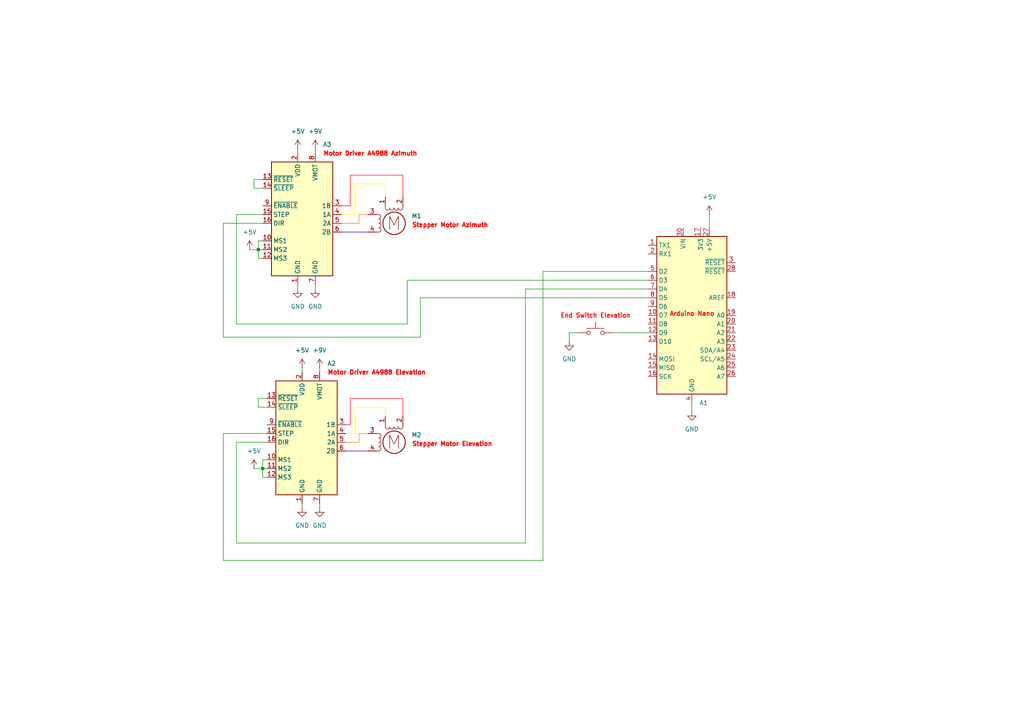
<source format=kicad_sch>
(kicad_sch (version 20231120) (generator "eeschema") (generator_version "8.0")
  (paper "A4")
  (title_block (title "Satellite Tracker Antenna - LiS"))
  (lib_symbols
    (symbol "Driver_Motor:Pololu_Breakout_A4988"
      (property "Reference" "A" (at -2.54 19.05 0))
      (property "Value" "Pololu_Breakout_A4988" (at -2.54 16.51 0))
      (symbol "Pololu_Breakout_A4988_0_1"
        (rectangle (start 10.16 -17.78) (end -7.62 15.24) (stroke (width 0.254)) (fill (type background)))
      )
      (symbol "Pololu_Breakout_A4988_1_1"
        (pin power_in line (at 0 -20.32 90) (length 2.54) (name "GND") (number "1"))
        (pin input line (at -10.16 -7.62 0) (length 2.54) (name "MS1") (number "10"))
        (pin input line (at -10.16 -10.16 0) (length 2.54) (name "MS2") (number "11"))
        (pin input line (at -10.16 -12.7 0) (length 2.54) (name "MS3") (number "12"))
        (pin input line (at -10.16 10.16 0) (length 2.54) (name "~{RESET}") (number "13"))
        (pin input line (at -10.16 7.62 0) (length 2.54) (name "~{SLEEP}") (number "14"))
        (pin input line (at -10.16 0 0) (length 2.54) (name "STEP") (number "15"))
        (pin input line (at -10.16 -2.54 0) (length 2.54) (name "DIR") (number "16"))
        (pin power_in line (at 0 17.78 270) (length 2.54) (name "VDD") (number "2"))
        (pin output line (at 12.7 2.54 180) (length 2.54) (name "1B") (number "3"))
        (pin output line (at 12.7 0 180) (length 2.54) (name "1A") (number "4"))
        (pin output line (at 12.7 -2.54 180) (length 2.54) (name "2A") (number "5"))
        (pin output line (at 12.7 -5.08 180) (length 2.54) (name "2B") (number "6"))
        (pin power_in line (at 5.08 -20.32 90) (length 2.54) (name "GND") (number "7"))
        (pin power_in line (at 5.08 17.78 270) (length 2.54) (name "VMOT") (number "8"))
        (pin input line (at -10.16 2.54 0) (length 2.54) (name "~{ENABLE}") (number "9"))
      )
    )
    (symbol "MCU_Module:Arduino_Nano_Every"
      (property "Reference" "A" (at -10.16 23.495 0))
      (property "Value" "Arduino_Nano_Every" (at 5.08 -24.13 0))
      (symbol "Arduino_Nano_Every_0_1"
        (rectangle (start -10.16 22.86) (end 10.16 -22.86) (stroke (width 0.254)) (fill (type background)))
      )
      (symbol "Arduino_Nano_Every_1_1"
        (pin bidirectional line (at -12.7 20.32 0) (length 2.54) (name "TX1") (number "1"))
        (pin bidirectional line (at -12.7 0 0) (length 2.54) (name "D7") (number "10"))
        (pin bidirectional line (at -12.7 -2.54 0) (length 2.54) (name "D8") (number "11"))
        (pin bidirectional line (at -12.7 -5.08 0) (length 2.54) (name "D9") (number "12"))
        (pin bidirectional line (at -12.7 -7.62 0) (length 2.54) (name "D10") (number "13"))
        (pin bidirectional line (at -12.7 -12.7 0) (length 2.54) (name "MOSI") (number "14"))
        (pin bidirectional line (at -12.7 -15.24 0) (length 2.54) (name "MISO") (number "15"))
        (pin bidirectional line (at -12.7 -17.78 0) (length 2.54) (name "SCK") (number "16"))
        (pin power_out line (at 2.54 25.4 270) (length 2.54) (name "3V3") (number "17"))
        (pin input line (at 12.7 5.08 180) (length 2.54) (name "AREF") (number "18"))
        (pin bidirectional line (at 12.7 0 180) (length 2.54) (name "A0") (number "19"))
        (pin bidirectional line (at -12.7 17.78 0) (length 2.54) (name "RX1") (number "2"))
        (pin bidirectional line (at 12.7 -2.54 180) (length 2.54) (name "A1") (number "20"))
        (pin bidirectional line (at 12.7 -5.08 180) (length 2.54) (name "A2") (number "21"))
        (pin bidirectional line (at 12.7 -7.62 180) (length 2.54) (name "A3") (number "22"))
        (pin bidirectional line (at 12.7 -10.16 180) (length 2.54) (name "SDA/A4") (number "23"))
        (pin bidirectional line (at 12.7 -12.7 180) (length 2.54) (name "SCL/A5") (number "24"))
        (pin bidirectional line (at 12.7 -15.24 180) (length 2.54) (name "A6") (number "25"))
        (pin bidirectional line (at 12.7 -17.78 180) (length 2.54) (name "A7") (number "26"))
        (pin power_out line (at 5.08 25.4 270) (length 2.54) (name "+5V") (number "27"))
        (pin input line (at 12.7 12.7 180) (length 2.54) (name "~{RESET}") (number "28"))
        (pin passive line (at 0 -25.4 90) (length 2.54) hide (name "GND") (number "29"))
        (pin input line (at 12.7 15.24 180) (length 2.54) (name "~{RESET}") (number "3"))
        (pin power_in line (at -2.54 25.4 270) (length 2.54) (name "VIN") (number "30"))
        (pin power_in line (at 0 -25.4 90) (length 2.54) (name "GND") (number "4"))
        (pin bidirectional line (at -12.7 12.7 0) (length 2.54) (name "D2") (number "5"))
        (pin bidirectional line (at -12.7 10.16 0) (length 2.54) (name "D3") (number "6"))
        (pin bidirectional line (at -12.7 7.62 0) (length 2.54) (name "D4") (number "7"))
        (pin bidirectional line (at -12.7 5.08 0) (length 2.54) (name "D5") (number "8"))
        (pin bidirectional line (at -12.7 2.54 0) (length 2.54) (name "D6") (number "9"))
      )
    )
    (symbol "Motor:Stepper_Motor_bipolar" (pin_names (offset 0) hide)
      (property "Reference" "M" (at 3.81 2.54 0))
      (property "Value" "Stepper_Motor_bipolar" (at 3.81 1.27 0))
      (symbol "Stepper_Motor_bipolar_0_0"
        (polyline (pts (xy -1.27 -1.778) (xy -1.27 2.032) (xy 0 -0.508) (xy 1.27 2.032) (xy 1.27 -1.778)))
      )
      (symbol "Stepper_Motor_bipolar_0_1"
        (arc (start -4.445 -2.54) (mid -3.8127 -1.905) (end -4.445 -1.27))
        (arc (start -4.445 -1.27) (mid -3.8127 -0.635) (end -4.445 0))
        (arc (start -4.445 0) (mid -3.8127 0.635) (end -4.445 1.27))
        (arc (start -4.445 1.27) (mid -3.8127 1.905) (end -4.445 2.54))
        (arc (start -2.54 4.445) (mid -1.905 3.8127) (end -1.27 4.445))
        (arc (start -1.27 4.445) (mid -0.635 3.8127) (end 0 4.445))
        (polyline (pts (xy -5.08 -2.54) (xy -4.445 -2.54)))
        (polyline (pts (xy -5.08 2.54) (xy -4.445 2.54)))
        (polyline (pts (xy -2.54 5.08) (xy -2.54 4.445)))
        (polyline (pts (xy 2.54 5.08) (xy 2.54 4.445)))
        (circle (center 0 0) (radius 3.2512) (stroke (width 0.254)))
        (arc (start 0 4.445) (mid 0.635 3.8127) (end 1.27 4.445))
        (arc (start 1.27 4.445) (mid 1.905 3.8127) (end 2.54 4.445))
      )
      (symbol "Stepper_Motor_bipolar_1_1"
        (pin passive line (at -2.54 7.62 270) (length 2.54) (name "~") (number "1"))
        (pin passive line (at 2.54 7.62 270) (length 2.54) (name "-") (number "2"))
        (pin passive line (at -7.62 2.54 0) (length 2.54) (name "~") (number "3"))
        (pin passive line (at -7.62 -2.54 0) (length 2.54) (name "~") (number "4"))
      )
    )
    (symbol "Switch:SW_MEC_5G" (pin_numbers hide) (pin_names (offset 1.016) hide)
      (property "Reference" "SW" (at 1.27 2.54 0))
      (property "Value" "SW_MEC_5G" (at 0 -1.524 0))
      (symbol "SW_MEC_5G_0_1"
        (circle (center -2.032 0) (radius 0.508))
        (polyline (pts (xy 0 1.27) (xy 0 3.048)))
        (polyline (pts (xy 2.54 1.27) (xy -2.54 1.27)))
        (circle (center 2.032 0) (radius 0.508))
        (pin passive line (at -5.08 0 0) (length 2.54) (name "A") (number "1"))
        (pin passive line (at 5.08 0 180) (length 2.54) (name "B") (number "3"))
      )
      (symbol "SW_MEC_5G_1_1"
        (pin passive line (at -5.08 0 0) (length 2.54) hide (name "A") (number "2"))
        (pin passive line (at 5.08 0 180) (length 2.54) hide (name "B") (number "4"))
      )
    )
    (symbol "power:+5V" (power) (pin_numbers hide) (pin_names (offset 0) hide)
      (property "Value" "+5V" (at 0 3.556 0))
      (symbol "+5V_0_1"
        (polyline (pts (xy -0.762 1.27) (xy 0 2.54)))
        (polyline (pts (xy 0 0) (xy 0 2.54)))
        (polyline (pts (xy 0 2.54) (xy 0.762 1.27)))
      )
      (symbol "+5V_1_1"
        (pin power_in line (at 0 0 90) (length 0) (name "~") (number "1"))
      )
    )
    (symbol "power:+9V" (power) (pin_numbers hide) (pin_names (offset 0) hide)
      (property "Value" "+9V" (at 0 3.556 0))
      (symbol "+9V_0_1"
        (polyline (pts (xy -0.762 1.27) (xy 0 2.54)))
        (polyline (pts (xy 0 0) (xy 0 2.54)))
        (polyline (pts (xy 0 2.54) (xy 0.762 1.27)))
      )
      (symbol "+9V_1_1"
        (pin power_in line (at 0 0 90) (length 0) (name "~") (number "1"))
      )
    )
    (symbol "power:GND" (power) (pin_numbers hide) (pin_names (offset 0) hide)
      (property "Value" "GND" (at 0 -3.81 0))
      (symbol "GND_0_1"
        (polyline (pts (xy 0 0) (xy 0 -1.27) (xy 1.27 -1.27) (xy 0 -2.54) (xy -1.27 -1.27) (xy 0 -1.27)))
      )
      (symbol "GND_1_1"
        (pin power_in line (at 0 0 270) (length 0) (name "~") (number "1"))
      )
    )
  )
  (junction (at 74.93 72.39))
  (junction (at 76.2 135.89))
  (wire (pts (xy 77.47 118.11) (xy 74.93 118.11)))
  (wire (pts (xy 72.39 72.39) (xy 74.93 72.39)))
  (wire (pts (xy 74.93 118.11) (xy 74.93 115.57)))
  (wire (pts (xy 76.2 135.89) (xy 77.47 135.89)))
  (wire (pts (xy 118.11 81.28) (xy 118.11 93.98)))
  (wire (pts (xy 100.33 125.73) (xy 102.87 125.73)) (stroke (width 0) (color 255 252 0 1)))
  (wire (pts (xy 74.93 74.93) (xy 74.93 72.39)))
  (wire (pts (xy 73.66 52.07) (xy 76.2 52.07)))
  (wire (pts (xy 77.47 125.73) (xy 64.77 125.73)))
  (wire (pts (xy 104.14 125.73) (xy 106.68 125.73)) (stroke (width 0) (color 255 119 6 1)))
  (wire (pts (xy 177.8 96.52) (xy 187.96 96.52)))
  (wire (pts (xy 74.93 69.85) (xy 74.93 72.39)))
  (wire (pts (xy 104.14 62.23) (xy 106.68 62.23)) (stroke (width 0) (color 255 119 6 1)))
  (wire (pts (xy 104.14 128.27) (xy 104.14 125.73)) (stroke (width 0) (color 255 119 6 1)))
  (wire (pts (xy 121.92 97.79) (xy 64.77 97.79)))
  (wire (pts (xy 187.96 83.82) (xy 152.4 83.82)))
  (wire (pts (xy 68.58 157.48) (xy 68.58 128.27)))
  (wire (pts (xy 102.87 125.73) (xy 102.87 118.11)) (stroke (width 0) (color 255 252 0 1)))
  (wire (pts (xy 68.58 62.23) (xy 76.2 62.23)))
  (wire (pts (xy 64.77 97.79) (xy 64.77 64.77)))
  (wire (pts (xy 92.71 146.05) (xy 92.71 147.32)))
  (wire (pts (xy 101.6 123.19) (xy 101.6 115.57)) (stroke (width 0) (color 255 0 30 1)))
  (wire (pts (xy 64.77 162.56) (xy 157.48 162.56)))
  (wire (pts (xy 104.14 64.77) (xy 104.14 62.23)) (stroke (width 0) (color 255 119 6 1)))
  (wire (pts (xy 100.33 123.19) (xy 101.6 123.19)) (stroke (width 0) (color 255 0 30 1)))
  (wire (pts (xy 100.33 128.27) (xy 104.14 128.27)) (stroke (width 0) (color 255 119 6 1)))
  (wire (pts (xy 116.84 115.57) (xy 116.84 120.65)) (stroke (width 0) (color 255 0 30 1)))
  (wire (pts (xy 157.48 78.74) (xy 187.96 78.74)))
  (wire (pts (xy 152.4 83.82) (xy 152.4 157.48)))
  (wire (pts (xy 74.93 115.57) (xy 77.47 115.57)))
  (wire (pts (xy 102.87 118.11) (xy 111.76 118.11)) (stroke (width 0) (color 255 252 0 1)))
  (wire (pts (xy 87.63 146.05) (xy 87.63 147.32)))
  (wire (pts (xy 101.6 115.57) (xy 116.84 115.57)) (stroke (width 0) (color 255 0 30 1)))
  (wire (pts (xy 86.36 43.18) (xy 86.36 44.45)))
  (wire (pts (xy 77.47 133.35) (xy 76.2 133.35)))
  (wire (pts (xy 102.87 53.34) (xy 111.76 53.34)) (stroke (width 0) (color 255 252 0 1)))
  (wire (pts (xy 111.76 118.11) (xy 111.76 120.65)) (stroke (width 0) (color 255 252 0 1)))
  (wire (pts (xy 76.2 133.35) (xy 76.2 135.89)))
  (wire (pts (xy 77.47 138.43) (xy 76.2 138.43)))
  (wire (pts (xy 111.76 53.34) (xy 111.76 57.15)) (stroke (width 0) (color 255 252 0 1)))
  (wire (pts (xy 200.66 116.84) (xy 200.66 119.38)))
  (wire (pts (xy 100.33 130.81) (xy 106.68 130.81)) (stroke (width 0) (color 30 0 255 1)))
  (wire (pts (xy 87.63 106.68) (xy 87.63 107.95)))
  (wire (pts (xy 73.66 54.61) (xy 73.66 52.07)))
  (wire (pts (xy 118.11 93.98) (xy 68.58 93.98)))
  (wire (pts (xy 205.74 62.23) (xy 205.74 66.04)))
  (wire (pts (xy 68.58 93.98) (xy 68.58 62.23)))
  (wire (pts (xy 73.66 135.89) (xy 76.2 135.89)))
  (wire (pts (xy 64.77 64.77) (xy 76.2 64.77)))
  (wire (pts (xy 165.1 96.52) (xy 167.64 96.52)))
  (wire (pts (xy 92.71 106.68) (xy 92.71 107.95)))
  (wire (pts (xy 64.77 125.73) (xy 64.77 162.56)))
  (wire (pts (xy 157.48 162.56) (xy 157.48 78.74)))
  (wire (pts (xy 91.44 43.18) (xy 91.44 44.45)))
  (wire (pts (xy 187.96 86.36) (xy 121.92 86.36)))
  (wire (pts (xy 101.6 50.8) (xy 116.84 50.8)) (stroke (width 0) (color 255 0 30 1)))
  (wire (pts (xy 76.2 54.61) (xy 73.66 54.61)))
  (wire (pts (xy 102.87 62.23) (xy 102.87 53.34)) (stroke (width 0) (color 255 252 0 1)))
  (wire (pts (xy 99.06 67.31) (xy 106.68 67.31)) (stroke (width 0) (color 29 0 255 1)))
  (wire (pts (xy 76.2 74.93) (xy 74.93 74.93)))
  (wire (pts (xy 101.6 59.69) (xy 101.6 50.8)) (stroke (width 0) (color 255 0 30 1)))
  (wire (pts (xy 187.96 81.28) (xy 118.11 81.28)))
  (wire (pts (xy 68.58 128.27) (xy 77.47 128.27)))
  (wire (pts (xy 76.2 69.85) (xy 74.93 69.85)))
  (wire (pts (xy 152.4 157.48) (xy 68.58 157.48)))
  (wire (pts (xy 99.06 64.77) (xy 104.14 64.77)) (stroke (width 0) (color 255 119 6 1)))
  (wire (pts (xy 116.84 50.8) (xy 116.84 57.15)) (stroke (width 0) (color 255 0 30 1)))
  (wire (pts (xy 74.93 72.39) (xy 76.2 72.39)))
  (wire (pts (xy 99.06 59.69) (xy 101.6 59.69)) (stroke (width 0) (color 255 0 30 1)))
  (wire (pts (xy 165.1 99.06) (xy 165.1 96.52)))
  (wire (pts (xy 121.92 86.36) (xy 121.92 97.79)))
  (wire (pts (xy 99.06 62.23) (xy 102.87 62.23)) (stroke (width 0) (color 255 252 0 1)))
  (wire (pts (xy 91.44 82.55) (xy 91.44 83.82)))
  (wire (pts (xy 76.2 138.43) (xy 76.2 135.89)))
  (wire (pts (xy 86.36 82.55) (xy 86.36 83.82)))
  (symbol (lib_id "Driver_Motor:Pololu_Breakout_A4988") (at 86.36 62.23 0) (unit 1)
    (property "Reference" "A3" (at 93.6341 41.91 0) (effects (justify left)))
    (property "Value" "Motor Driver A4988 Azimuth" (at 93.6341 44.45 0) (effects (font (thickness 0.254) (bold yes)) (justify left)))
    (property "Footprint" "Module:Pololu_Breakout-16_15.2x20.3mm" (effects (hide yes)))
    (property "Datasheet" "https://www.pololu.com/product/2980/pictures" (effects (hide yes)))
    (property "Description" "Pololu Breakout Board, Stepper Driver A4988" (effects (hide yes)))
  )
  (symbol (lib_id "power:+5V") (at 73.66 135.89 0) (unit 1)
    (property "Reference" "#PWR013" (effects (hide yes)))
    (property "Value" "+5V" (at 73.66 130.81 0))
    (property "Description" "Power symbol creates a global label with name \"+5V\"" (effects (hide yes)))
  )
  (symbol (lib_id "Switch:SW_MEC_5G") (at 172.72 96.52 0) (unit 1)
    (property "Reference" "SW1" (effects (hide yes)))
    (property "Value" "End Switch Elevation" (at 172.72 91.44 0) (effects (font (thickness 0.254) (bold yes))))
    (property "Datasheet" "http://www.apem.com/int/index.php?controller=attachment&id_attachment=488" (effects (hide yes)))
    (property "Description" "MEC 5G single pole normally-open tactile switch" (effects (hide yes)))
  )
  (symbol (lib_id "Motor:Stepper_Motor_bipolar") (at 114.3 128.27 0) (unit 1)
    (property "Reference" "M2" (at 119.38 126.149 0) (effects (justify left)))
    (property "Value" "Stepper Motor Elevation" (at 119.38 128.6891 0) (effects (font (thickness 0.254) (bold yes)) (justify left)))
    (property "Datasheet" "http://www.infineon.com/dgdl/Application-Note-TLE8110EE_driving_UniPolarStepperMotor_V1.1.pdf?fileId=db3a30431be39b97011be5d0aa0a00b0" (effects (hide yes)))
    (property "Description" "4-wire bipolar stepper motor" (effects (hide yes)))
  )
  (symbol (lib_id "power:GND") (at 200.66 119.38 0) (unit 1)
    (property "Reference" "#PWR02" (effects (hide yes)))
    (property "Value" "GND" (at 200.66 124.46 0))
    (property "Description" "Power symbol creates a global label with name \"GND\" , ground" (effects (hide yes)))
  )
  (symbol (lib_id "power:+5V") (at 72.39 72.39 0) (unit 1)
    (property "Reference" "#PWR012" (effects (hide yes)))
    (property "Value" "+5V" (at 72.39 67.31 0))
    (property "Description" "Power symbol creates a global label with name \"+5V\"" (effects (hide yes)))
  )
  (symbol (lib_id "power:+9V") (at 92.71 106.68 0) (unit 1)
    (property "Reference" "#PWR03" (effects (hide yes)))
    (property "Value" "+9V" (at 92.71 101.6 0))
    (property "Description" "Power symbol creates a global label with name \"+9V\"" (effects (hide yes)))
  )
  (symbol (lib_id "Driver_Motor:Pololu_Breakout_A4988") (at 87.63 125.73 0) (unit 1)
    (property "Reference" "A2" (at 94.9041 105.41 0) (effects (justify left)))
    (property "Value" "Motor Driver A4988 Elevation" (at 94.9041 107.95 0) (effects (font (thickness 0.254) (bold yes)) (justify left)))
    (property "Footprint" "Module:Pololu_Breakout-16_15.2x20.3mm" (effects (hide yes)))
    (property "Datasheet" "https://www.pololu.com/product/2980/pictures" (effects (hide yes)))
    (property "Description" "Pololu Breakout Board, Stepper Driver A4988" (effects (hide yes)))
  )
  (symbol (lib_id "power:GND") (at 87.63 147.32 0) (unit 1)
    (property "Reference" "#PWR011" (effects (hide yes)))
    (property "Value" "GND" (at 87.63 152.4 0))
    (property "Description" "Power symbol creates a global label with name \"GND\" , ground" (effects (hide yes)))
  )
  (symbol (lib_id "power:GND") (at 165.1 99.06 0) (unit 1)
    (property "Reference" "#PWR07" (effects (hide yes)))
    (property "Value" "GND" (at 165.1 104.14 0))
    (property "Description" "Power symbol creates a global label with name \"GND\" , ground" (effects (hide yes)))
  )
  (symbol (lib_id "power:GND") (at 92.71 147.32 0) (unit 1)
    (property "Reference" "#PWR06" (effects (hide yes)))
    (property "Value" "GND" (at 92.71 152.4 0))
    (property "Description" "Power symbol creates a global label with name \"GND\" , ground" (effects (hide yes)))
  )
  (symbol (lib_id "power:GND") (at 91.44 83.82 0) (unit 1)
    (property "Reference" "#PWR010" (effects (hide yes)))
    (property "Value" "GND" (at 91.44 88.9 0))
    (property "Description" "Power symbol creates a global label with name \"GND\" , ground" (effects (hide yes)))
  )
  (symbol (lib_id "Motor:Stepper_Motor_bipolar") (at 114.3 64.77 0) (unit 1)
    (property "Reference" "M1" (at 119.38 62.649 0) (effects (justify left)))
    (property "Value" "Stepper Motor Azimuth" (at 119.38 65.1891 0) (effects (font (thickness 0.254) (bold yes)) (justify left)))
    (property "Datasheet" "http://www.infineon.com/dgdl/Application-Note-TLE8110EE_driving_UniPolarStepperMotor_V1.1.pdf?fileId=db3a30431be39b97011be5d0aa0a00b0" (effects (hide yes)))
    (property "Description" "4-wire bipolar stepper motor" (effects (hide yes)))
  )
  (symbol (lib_id "power:+5V") (at 86.36 43.18 0) (unit 1)
    (property "Reference" "#PWR08" (effects (hide yes)))
    (property "Value" "+5V" (at 86.36 38.1 0))
    (property "Description" "Power symbol creates a global label with name \"+5V\"" (effects (hide yes)))
  )
  (symbol (lib_id "power:+5V") (at 205.74 62.23 0) (unit 1)
    (property "Reference" "#PWR01" (effects (hide yes)))
    (property "Value" "+5V" (at 205.74 57.15 0))
    (property "Description" "Power symbol creates a global label with name \"+5V\"" (effects (hide yes)))
  )
  (symbol (lib_id "power:+5V") (at 87.63 106.68 0) (unit 1)
    (property "Reference" "#PWR09" (effects (hide yes)))
    (property "Value" "+5V" (at 87.63 101.6 0))
    (property "Description" "Power symbol creates a global label with name \"+5V\"" (effects (hide yes)))
  )
  (symbol (lib_id "power:+9V") (at 91.44 43.18 0) (unit 1)
    (property "Reference" "#PWR04" (effects (hide yes)))
    (property "Value" "+9V" (at 91.44 38.1 0))
    (property "Description" "Power symbol creates a global label with name \"+9V\"" (effects (hide yes)))
  )
  (symbol (lib_id "MCU_Module:Arduino_Nano_Every") (at 200.66 91.44 0) (unit 1)
    (property "Reference" "A1" (at 202.8541 116.84 0) (effects (justify left)))
    (property "Value" "Arduino Nano" (at 194.056 90.932 0) (effects (font (thickness 0.254) (bold yes)) (justify left)))
    (property "Footprint" "Module:Arduino_Nano" (effects (hide yes)))
    (property "Datasheet" "https://content.arduino.cc/assets/NANOEveryV3.0_sch.pdf" (effects (hide yes)))
    (property "Description" "Arduino Nano Every" (effects (hide yes)))
  )
  (symbol (lib_id "power:GND") (at 86.36 83.82 0) (unit 1)
    (property "Reference" "#PWR05" (effects (hide yes)))
    (property "Value" "GND" (at 86.36 88.9 0))
    (property "Description" "Power symbol creates a global label with name \"GND\" , ground" (effects (hide yes)))
  )
)
</source>
